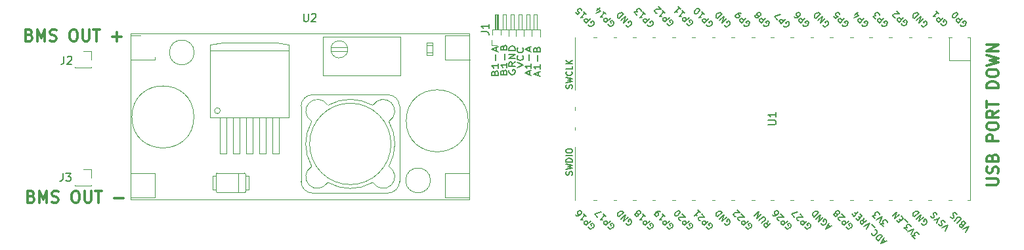
<source format=gbr>
%TF.GenerationSoftware,KiCad,Pcbnew,(6.0.9)*%
%TF.CreationDate,2023-01-12T20:02:04+01:00*%
%TF.ProjectId,pcb,7063622e-6b69-4636-9164-5f7063625858,rev?*%
%TF.SameCoordinates,Original*%
%TF.FileFunction,Legend,Top*%
%TF.FilePolarity,Positive*%
%FSLAX46Y46*%
G04 Gerber Fmt 4.6, Leading zero omitted, Abs format (unit mm)*
G04 Created by KiCad (PCBNEW (6.0.9)) date 2023-01-12 20:02:04*
%MOMM*%
%LPD*%
G01*
G04 APERTURE LIST*
%ADD10C,0.300000*%
%ADD11C,0.200000*%
%ADD12C,0.150000*%
%ADD13C,0.120000*%
G04 APERTURE END LIST*
D10*
X69886428Y-41040857D02*
X70100714Y-41112285D01*
X70172142Y-41183714D01*
X70243571Y-41326571D01*
X70243571Y-41540857D01*
X70172142Y-41683714D01*
X70100714Y-41755142D01*
X69957857Y-41826571D01*
X69386428Y-41826571D01*
X69386428Y-40326571D01*
X69886428Y-40326571D01*
X70029285Y-40398000D01*
X70100714Y-40469428D01*
X70172142Y-40612285D01*
X70172142Y-40755142D01*
X70100714Y-40898000D01*
X70029285Y-40969428D01*
X69886428Y-41040857D01*
X69386428Y-41040857D01*
X70886428Y-41826571D02*
X70886428Y-40326571D01*
X71386428Y-41398000D01*
X71886428Y-40326571D01*
X71886428Y-41826571D01*
X72529285Y-41755142D02*
X72743571Y-41826571D01*
X73100714Y-41826571D01*
X73243571Y-41755142D01*
X73315000Y-41683714D01*
X73386428Y-41540857D01*
X73386428Y-41398000D01*
X73315000Y-41255142D01*
X73243571Y-41183714D01*
X73100714Y-41112285D01*
X72815000Y-41040857D01*
X72672142Y-40969428D01*
X72600714Y-40898000D01*
X72529285Y-40755142D01*
X72529285Y-40612285D01*
X72600714Y-40469428D01*
X72672142Y-40398000D01*
X72815000Y-40326571D01*
X73172142Y-40326571D01*
X73386428Y-40398000D01*
X75457857Y-40326571D02*
X75743571Y-40326571D01*
X75886428Y-40398000D01*
X76029285Y-40540857D01*
X76100714Y-40826571D01*
X76100714Y-41326571D01*
X76029285Y-41612285D01*
X75886428Y-41755142D01*
X75743571Y-41826571D01*
X75457857Y-41826571D01*
X75315000Y-41755142D01*
X75172142Y-41612285D01*
X75100714Y-41326571D01*
X75100714Y-40826571D01*
X75172142Y-40540857D01*
X75315000Y-40398000D01*
X75457857Y-40326571D01*
X76743571Y-40326571D02*
X76743571Y-41540857D01*
X76815000Y-41683714D01*
X76886428Y-41755142D01*
X77029285Y-41826571D01*
X77315000Y-41826571D01*
X77457857Y-41755142D01*
X77529285Y-41683714D01*
X77600714Y-41540857D01*
X77600714Y-40326571D01*
X78100714Y-40326571D02*
X78957857Y-40326571D01*
X78529285Y-41826571D02*
X78529285Y-40326571D01*
X80600714Y-41255142D02*
X81743571Y-41255142D01*
X193107571Y-39551428D02*
X194321857Y-39551428D01*
X194464714Y-39480000D01*
X194536142Y-39408571D01*
X194607571Y-39265714D01*
X194607571Y-38980000D01*
X194536142Y-38837142D01*
X194464714Y-38765714D01*
X194321857Y-38694285D01*
X193107571Y-38694285D01*
X194536142Y-38051428D02*
X194607571Y-37837142D01*
X194607571Y-37480000D01*
X194536142Y-37337142D01*
X194464714Y-37265714D01*
X194321857Y-37194285D01*
X194179000Y-37194285D01*
X194036142Y-37265714D01*
X193964714Y-37337142D01*
X193893285Y-37480000D01*
X193821857Y-37765714D01*
X193750428Y-37908571D01*
X193679000Y-37980000D01*
X193536142Y-38051428D01*
X193393285Y-38051428D01*
X193250428Y-37980000D01*
X193179000Y-37908571D01*
X193107571Y-37765714D01*
X193107571Y-37408571D01*
X193179000Y-37194285D01*
X193821857Y-36051428D02*
X193893285Y-35837142D01*
X193964714Y-35765714D01*
X194107571Y-35694285D01*
X194321857Y-35694285D01*
X194464714Y-35765714D01*
X194536142Y-35837142D01*
X194607571Y-35980000D01*
X194607571Y-36551428D01*
X193107571Y-36551428D01*
X193107571Y-36051428D01*
X193179000Y-35908571D01*
X193250428Y-35837142D01*
X193393285Y-35765714D01*
X193536142Y-35765714D01*
X193679000Y-35837142D01*
X193750428Y-35908571D01*
X193821857Y-36051428D01*
X193821857Y-36551428D01*
X194607571Y-33908571D02*
X193107571Y-33908571D01*
X193107571Y-33337142D01*
X193179000Y-33194285D01*
X193250428Y-33122857D01*
X193393285Y-33051428D01*
X193607571Y-33051428D01*
X193750428Y-33122857D01*
X193821857Y-33194285D01*
X193893285Y-33337142D01*
X193893285Y-33908571D01*
X193107571Y-32122857D02*
X193107571Y-31837142D01*
X193179000Y-31694285D01*
X193321857Y-31551428D01*
X193607571Y-31480000D01*
X194107571Y-31480000D01*
X194393285Y-31551428D01*
X194536142Y-31694285D01*
X194607571Y-31837142D01*
X194607571Y-32122857D01*
X194536142Y-32265714D01*
X194393285Y-32408571D01*
X194107571Y-32480000D01*
X193607571Y-32480000D01*
X193321857Y-32408571D01*
X193179000Y-32265714D01*
X193107571Y-32122857D01*
X194607571Y-29980000D02*
X193893285Y-30480000D01*
X194607571Y-30837142D02*
X193107571Y-30837142D01*
X193107571Y-30265714D01*
X193179000Y-30122857D01*
X193250428Y-30051428D01*
X193393285Y-29980000D01*
X193607571Y-29980000D01*
X193750428Y-30051428D01*
X193821857Y-30122857D01*
X193893285Y-30265714D01*
X193893285Y-30837142D01*
X193107571Y-29551428D02*
X193107571Y-28694285D01*
X194607571Y-29122857D02*
X193107571Y-29122857D01*
X194607571Y-27051428D02*
X193107571Y-27051428D01*
X193107571Y-26694285D01*
X193179000Y-26480000D01*
X193321857Y-26337142D01*
X193464714Y-26265714D01*
X193750428Y-26194285D01*
X193964714Y-26194285D01*
X194250428Y-26265714D01*
X194393285Y-26337142D01*
X194536142Y-26480000D01*
X194607571Y-26694285D01*
X194607571Y-27051428D01*
X193107571Y-25265714D02*
X193107571Y-24980000D01*
X193179000Y-24837142D01*
X193321857Y-24694285D01*
X193607571Y-24622857D01*
X194107571Y-24622857D01*
X194393285Y-24694285D01*
X194536142Y-24837142D01*
X194607571Y-24980000D01*
X194607571Y-25265714D01*
X194536142Y-25408571D01*
X194393285Y-25551428D01*
X194107571Y-25622857D01*
X193607571Y-25622857D01*
X193321857Y-25551428D01*
X193179000Y-25408571D01*
X193107571Y-25265714D01*
X193107571Y-24122857D02*
X194607571Y-23765714D01*
X193536142Y-23480000D01*
X194607571Y-23194285D01*
X193107571Y-22837142D01*
X194607571Y-22265714D02*
X193107571Y-22265714D01*
X194607571Y-21408571D01*
X193107571Y-21408571D01*
D11*
X129660657Y-25099780D02*
X129698752Y-24956923D01*
X129736847Y-24909304D01*
X129813038Y-24861685D01*
X129927323Y-24861685D01*
X130003514Y-24909304D01*
X130041609Y-24956923D01*
X130079704Y-25052161D01*
X130079704Y-25433114D01*
X129279704Y-25433114D01*
X129279704Y-25099780D01*
X129317800Y-25004542D01*
X129355895Y-24956923D01*
X129432085Y-24909304D01*
X129508276Y-24909304D01*
X129584466Y-24956923D01*
X129622561Y-25004542D01*
X129660657Y-25099780D01*
X129660657Y-25433114D01*
X130079704Y-23909304D02*
X130079704Y-24480733D01*
X130079704Y-24195019D02*
X129279704Y-24195019D01*
X129393990Y-24290257D01*
X129470180Y-24385495D01*
X129508276Y-24480733D01*
X129774942Y-23480733D02*
X129774942Y-22718828D01*
X129851133Y-22290257D02*
X129851133Y-21814066D01*
X130079704Y-22385495D02*
X129279704Y-22052161D01*
X130079704Y-21718828D01*
X132530904Y-24421933D02*
X133330904Y-24088600D01*
X132530904Y-23755266D01*
X133254714Y-22850504D02*
X133292809Y-22898123D01*
X133330904Y-23040980D01*
X133330904Y-23136219D01*
X133292809Y-23279076D01*
X133216619Y-23374314D01*
X133140428Y-23421933D01*
X132988047Y-23469552D01*
X132873761Y-23469552D01*
X132721380Y-23421933D01*
X132645190Y-23374314D01*
X132569000Y-23279076D01*
X132530904Y-23136219D01*
X132530904Y-23040980D01*
X132569000Y-22898123D01*
X132607095Y-22850504D01*
X133254714Y-21850504D02*
X133292809Y-21898123D01*
X133330904Y-22040980D01*
X133330904Y-22136219D01*
X133292809Y-22279076D01*
X133216619Y-22374314D01*
X133140428Y-22421933D01*
X132988047Y-22469552D01*
X132873761Y-22469552D01*
X132721380Y-22421933D01*
X132645190Y-22374314D01*
X132569000Y-22279076D01*
X132530904Y-22136219D01*
X132530904Y-22040980D01*
X132569000Y-21898123D01*
X132607095Y-21850504D01*
X135261333Y-25455333D02*
X135261333Y-24979142D01*
X135489904Y-25550571D02*
X134689904Y-25217238D01*
X135489904Y-24883904D01*
X135489904Y-24026761D02*
X135489904Y-24598190D01*
X135489904Y-24312476D02*
X134689904Y-24312476D01*
X134804190Y-24407714D01*
X134880380Y-24502952D01*
X134918476Y-24598190D01*
X135185142Y-23598190D02*
X135185142Y-22836285D01*
X135070857Y-22026761D02*
X135108952Y-21883904D01*
X135147047Y-21836285D01*
X135223238Y-21788666D01*
X135337523Y-21788666D01*
X135413714Y-21836285D01*
X135451809Y-21883904D01*
X135489904Y-21979142D01*
X135489904Y-22360095D01*
X134689904Y-22360095D01*
X134689904Y-22026761D01*
X134728000Y-21931523D01*
X134766095Y-21883904D01*
X134842285Y-21836285D01*
X134918476Y-21836285D01*
X134994666Y-21883904D01*
X135032761Y-21931523D01*
X135070857Y-22026761D01*
X135070857Y-22360095D01*
D10*
X69632428Y-20212857D02*
X69846714Y-20284285D01*
X69918142Y-20355714D01*
X69989571Y-20498571D01*
X69989571Y-20712857D01*
X69918142Y-20855714D01*
X69846714Y-20927142D01*
X69703857Y-20998571D01*
X69132428Y-20998571D01*
X69132428Y-19498571D01*
X69632428Y-19498571D01*
X69775285Y-19570000D01*
X69846714Y-19641428D01*
X69918142Y-19784285D01*
X69918142Y-19927142D01*
X69846714Y-20070000D01*
X69775285Y-20141428D01*
X69632428Y-20212857D01*
X69132428Y-20212857D01*
X70632428Y-20998571D02*
X70632428Y-19498571D01*
X71132428Y-20570000D01*
X71632428Y-19498571D01*
X71632428Y-20998571D01*
X72275285Y-20927142D02*
X72489571Y-20998571D01*
X72846714Y-20998571D01*
X72989571Y-20927142D01*
X73061000Y-20855714D01*
X73132428Y-20712857D01*
X73132428Y-20570000D01*
X73061000Y-20427142D01*
X72989571Y-20355714D01*
X72846714Y-20284285D01*
X72561000Y-20212857D01*
X72418142Y-20141428D01*
X72346714Y-20070000D01*
X72275285Y-19927142D01*
X72275285Y-19784285D01*
X72346714Y-19641428D01*
X72418142Y-19570000D01*
X72561000Y-19498571D01*
X72918142Y-19498571D01*
X73132428Y-19570000D01*
X75203857Y-19498571D02*
X75489571Y-19498571D01*
X75632428Y-19570000D01*
X75775285Y-19712857D01*
X75846714Y-19998571D01*
X75846714Y-20498571D01*
X75775285Y-20784285D01*
X75632428Y-20927142D01*
X75489571Y-20998571D01*
X75203857Y-20998571D01*
X75061000Y-20927142D01*
X74918142Y-20784285D01*
X74846714Y-20498571D01*
X74846714Y-19998571D01*
X74918142Y-19712857D01*
X75061000Y-19570000D01*
X75203857Y-19498571D01*
X76489571Y-19498571D02*
X76489571Y-20712857D01*
X76561000Y-20855714D01*
X76632428Y-20927142D01*
X76775285Y-20998571D01*
X77061000Y-20998571D01*
X77203857Y-20927142D01*
X77275285Y-20855714D01*
X77346714Y-20712857D01*
X77346714Y-19498571D01*
X77846714Y-19498571D02*
X78703857Y-19498571D01*
X78275285Y-20998571D02*
X78275285Y-19498571D01*
X80346714Y-20427142D02*
X81489571Y-20427142D01*
X80918142Y-20998571D02*
X80918142Y-19855714D01*
D11*
X134143733Y-25358504D02*
X134143733Y-24882314D01*
X134372304Y-25453742D02*
X133572304Y-25120409D01*
X134372304Y-24787076D01*
X134372304Y-23929933D02*
X134372304Y-24501361D01*
X134372304Y-24215647D02*
X133572304Y-24215647D01*
X133686590Y-24310885D01*
X133762780Y-24406123D01*
X133800876Y-24501361D01*
X134067542Y-23501361D02*
X134067542Y-22739457D01*
X134143733Y-22310885D02*
X134143733Y-21834695D01*
X134372304Y-22406123D02*
X133572304Y-22072790D01*
X134372304Y-21739457D01*
X131527600Y-24731504D02*
X131489504Y-24826742D01*
X131489504Y-24969600D01*
X131527600Y-25112457D01*
X131603790Y-25207695D01*
X131679980Y-25255314D01*
X131832361Y-25302933D01*
X131946647Y-25302933D01*
X132099028Y-25255314D01*
X132175219Y-25207695D01*
X132251409Y-25112457D01*
X132289504Y-24969600D01*
X132289504Y-24874361D01*
X132251409Y-24731504D01*
X132213314Y-24683885D01*
X131946647Y-24683885D01*
X131946647Y-24874361D01*
X132289504Y-23683885D02*
X131908552Y-24017219D01*
X132289504Y-24255314D02*
X131489504Y-24255314D01*
X131489504Y-23874361D01*
X131527600Y-23779123D01*
X131565695Y-23731504D01*
X131641885Y-23683885D01*
X131756171Y-23683885D01*
X131832361Y-23731504D01*
X131870457Y-23779123D01*
X131908552Y-23874361D01*
X131908552Y-24255314D01*
X132289504Y-23255314D02*
X131489504Y-23255314D01*
X132289504Y-22683885D01*
X131489504Y-22683885D01*
X132289504Y-22207695D02*
X131489504Y-22207695D01*
X131489504Y-21969600D01*
X131527600Y-21826742D01*
X131603790Y-21731504D01*
X131679980Y-21683885D01*
X131832361Y-21636266D01*
X131946647Y-21636266D01*
X132099028Y-21683885D01*
X132175219Y-21731504D01*
X132251409Y-21826742D01*
X132289504Y-21969600D01*
X132289504Y-22207695D01*
X130803657Y-24993409D02*
X130841752Y-24850552D01*
X130879847Y-24802933D01*
X130956038Y-24755314D01*
X131070323Y-24755314D01*
X131146514Y-24802933D01*
X131184609Y-24850552D01*
X131222704Y-24945790D01*
X131222704Y-25326742D01*
X130422704Y-25326742D01*
X130422704Y-24993409D01*
X130460800Y-24898171D01*
X130498895Y-24850552D01*
X130575085Y-24802933D01*
X130651276Y-24802933D01*
X130727466Y-24850552D01*
X130765561Y-24898171D01*
X130803657Y-24993409D01*
X130803657Y-25326742D01*
X131222704Y-23802933D02*
X131222704Y-24374361D01*
X131222704Y-24088647D02*
X130422704Y-24088647D01*
X130536990Y-24183885D01*
X130613180Y-24279123D01*
X130651276Y-24374361D01*
X130917942Y-23374361D02*
X130917942Y-22612457D01*
X130803657Y-21802933D02*
X130841752Y-21660076D01*
X130879847Y-21612457D01*
X130956038Y-21564838D01*
X131070323Y-21564838D01*
X131146514Y-21612457D01*
X131184609Y-21660076D01*
X131222704Y-21755314D01*
X131222704Y-22136266D01*
X130422704Y-22136266D01*
X130422704Y-21802933D01*
X130460800Y-21707695D01*
X130498895Y-21660076D01*
X130575085Y-21612457D01*
X130651276Y-21612457D01*
X130727466Y-21660076D01*
X130765561Y-21707695D01*
X130803657Y-21802933D01*
X130803657Y-22136266D01*
D12*
%TO.C,U1*%
X164924380Y-31749904D02*
X165733904Y-31749904D01*
X165829142Y-31702285D01*
X165876761Y-31654666D01*
X165924380Y-31559428D01*
X165924380Y-31368952D01*
X165876761Y-31273714D01*
X165829142Y-31226095D01*
X165733904Y-31178476D01*
X164924380Y-31178476D01*
X165924380Y-30178476D02*
X165924380Y-30749904D01*
X165924380Y-30464190D02*
X164924380Y-30464190D01*
X165067238Y-30559428D01*
X165162476Y-30654666D01*
X165210095Y-30749904D01*
X154432592Y-18744277D02*
X154459529Y-18825089D01*
X154540341Y-18905902D01*
X154648091Y-18959776D01*
X154755841Y-18959776D01*
X154836653Y-18932839D01*
X154971340Y-18852027D01*
X155052152Y-18771215D01*
X155132964Y-18636528D01*
X155159902Y-18555715D01*
X155159902Y-18447966D01*
X155106027Y-18340216D01*
X155052152Y-18286341D01*
X154944402Y-18232467D01*
X154890528Y-18232467D01*
X154701966Y-18421028D01*
X154809715Y-18528778D01*
X154701966Y-17936155D02*
X154136280Y-18501841D01*
X153920781Y-18286341D01*
X153893844Y-18205529D01*
X153893844Y-18151654D01*
X153920781Y-18070842D01*
X154001593Y-17990030D01*
X154082406Y-17963093D01*
X154136280Y-17963093D01*
X154217093Y-17990030D01*
X154432592Y-18205529D01*
X153839969Y-17074158D02*
X154163218Y-17397407D01*
X154001593Y-17235783D02*
X153435908Y-17801468D01*
X153570595Y-17774531D01*
X153678345Y-17774531D01*
X153759157Y-17801468D01*
X153301221Y-16535410D02*
X153624470Y-16858659D01*
X153462845Y-16697035D02*
X152897160Y-17262720D01*
X153031847Y-17235783D01*
X153139597Y-17235783D01*
X153220409Y-17262720D01*
X141732592Y-44998277D02*
X141759529Y-45079089D01*
X141840341Y-45159902D01*
X141948091Y-45213776D01*
X142055841Y-45213776D01*
X142136653Y-45186839D01*
X142271340Y-45106027D01*
X142352152Y-45025215D01*
X142432964Y-44890528D01*
X142459902Y-44809715D01*
X142459902Y-44701966D01*
X142406027Y-44594216D01*
X142352152Y-44540341D01*
X142244402Y-44486467D01*
X142190528Y-44486467D01*
X142001966Y-44675028D01*
X142109715Y-44782778D01*
X142001966Y-44190155D02*
X141436280Y-44755841D01*
X141220781Y-44540341D01*
X141193844Y-44459529D01*
X141193844Y-44405654D01*
X141220781Y-44324842D01*
X141301593Y-44244030D01*
X141382406Y-44217093D01*
X141436280Y-44217093D01*
X141517093Y-44244030D01*
X141732592Y-44459529D01*
X141139969Y-43328158D02*
X141463218Y-43651407D01*
X141301593Y-43489783D02*
X140735908Y-44055468D01*
X140870595Y-44028531D01*
X140978345Y-44028531D01*
X141059157Y-44055468D01*
X140089410Y-43408971D02*
X140197160Y-43516720D01*
X140277972Y-43543658D01*
X140331847Y-43543658D01*
X140466534Y-43516720D01*
X140601221Y-43435908D01*
X140816720Y-43220409D01*
X140843658Y-43139597D01*
X140843658Y-43085722D01*
X140816720Y-43004910D01*
X140708971Y-42897160D01*
X140628158Y-42870223D01*
X140574284Y-42870223D01*
X140493471Y-42897160D01*
X140358784Y-43031847D01*
X140331847Y-43112659D01*
X140331847Y-43166534D01*
X140358784Y-43247346D01*
X140466534Y-43355096D01*
X140547346Y-43382033D01*
X140601221Y-43382033D01*
X140682033Y-43355096D01*
X169662592Y-44998277D02*
X169689529Y-45079089D01*
X169770341Y-45159902D01*
X169878091Y-45213776D01*
X169985841Y-45213776D01*
X170066653Y-45186839D01*
X170201340Y-45106027D01*
X170282152Y-45025215D01*
X170362964Y-44890528D01*
X170389902Y-44809715D01*
X170389902Y-44701966D01*
X170336027Y-44594216D01*
X170282152Y-44540341D01*
X170174402Y-44486467D01*
X170120528Y-44486467D01*
X169931966Y-44675028D01*
X170039715Y-44782778D01*
X169931966Y-44190155D02*
X169366280Y-44755841D01*
X169150781Y-44540341D01*
X169123844Y-44459529D01*
X169123844Y-44405654D01*
X169150781Y-44324842D01*
X169231593Y-44244030D01*
X169312406Y-44217093D01*
X169366280Y-44217093D01*
X169447093Y-44244030D01*
X169662592Y-44459529D01*
X168881407Y-44163218D02*
X168827532Y-44163218D01*
X168746720Y-44136280D01*
X168612033Y-44001593D01*
X168585096Y-43920781D01*
X168585096Y-43866906D01*
X168612033Y-43786094D01*
X168665908Y-43732219D01*
X168773658Y-43678345D01*
X169420155Y-43678345D01*
X169069969Y-43328158D01*
X168315722Y-43705282D02*
X167938598Y-43328158D01*
X168746720Y-43004910D01*
X187721966Y-45467526D02*
X188099089Y-44713279D01*
X187344842Y-45090402D01*
X187721966Y-44390030D02*
X187668091Y-44282280D01*
X187533404Y-44147593D01*
X187452592Y-44120656D01*
X187398717Y-44120656D01*
X187317905Y-44147593D01*
X187264030Y-44201468D01*
X187237093Y-44282280D01*
X187237093Y-44336155D01*
X187264030Y-44416967D01*
X187344842Y-44551654D01*
X187371780Y-44632467D01*
X187371780Y-44686341D01*
X187344842Y-44767154D01*
X187290967Y-44821028D01*
X187210155Y-44847966D01*
X187156280Y-44847966D01*
X187075468Y-44821028D01*
X186940781Y-44686341D01*
X186886906Y-44578592D01*
X186806094Y-43959032D02*
X187075468Y-43689658D01*
X186698345Y-44443905D02*
X186806094Y-43959032D01*
X186321221Y-44066781D01*
X186698345Y-43366409D02*
X186644470Y-43258659D01*
X186509783Y-43123972D01*
X186428971Y-43097035D01*
X186375096Y-43097035D01*
X186294284Y-43123972D01*
X186240409Y-43177847D01*
X186213471Y-43258659D01*
X186213471Y-43312534D01*
X186240409Y-43393346D01*
X186321221Y-43528033D01*
X186348158Y-43608845D01*
X186348158Y-43662720D01*
X186321221Y-43743532D01*
X186267346Y-43797407D01*
X186186534Y-43824345D01*
X186132659Y-43824345D01*
X186051847Y-43797407D01*
X185917160Y-43662720D01*
X185863285Y-43554971D01*
X184670155Y-18901841D02*
X184697093Y-18982653D01*
X184777905Y-19063465D01*
X184885654Y-19117340D01*
X184993404Y-19117340D01*
X185074216Y-19090402D01*
X185208903Y-19009590D01*
X185289715Y-18928778D01*
X185370528Y-18794091D01*
X185397465Y-18713279D01*
X185397465Y-18605529D01*
X185343590Y-18497780D01*
X185289715Y-18443905D01*
X185181966Y-18390030D01*
X185128091Y-18390030D01*
X184939529Y-18578592D01*
X185047279Y-18686341D01*
X184939529Y-18093719D02*
X184373844Y-18659404D01*
X184616280Y-17770470D01*
X184050595Y-18336155D01*
X184346906Y-17501096D02*
X183781221Y-18066781D01*
X183646534Y-17932094D01*
X183592659Y-17824345D01*
X183592659Y-17716595D01*
X183619597Y-17635783D01*
X183700409Y-17501096D01*
X183781221Y-17420284D01*
X183915908Y-17339471D01*
X183996720Y-17312534D01*
X184104470Y-17312534D01*
X184212219Y-17366409D01*
X184346906Y-17501096D01*
X175006592Y-44998277D02*
X175033529Y-45079089D01*
X175114341Y-45159902D01*
X175222091Y-45213776D01*
X175329841Y-45213776D01*
X175410653Y-45186839D01*
X175545340Y-45106027D01*
X175626152Y-45025215D01*
X175706964Y-44890528D01*
X175733902Y-44809715D01*
X175733902Y-44701966D01*
X175680027Y-44594216D01*
X175626152Y-44540341D01*
X175518402Y-44486467D01*
X175464528Y-44486467D01*
X175275966Y-44675028D01*
X175383715Y-44782778D01*
X175275966Y-44190155D02*
X174710280Y-44755841D01*
X174494781Y-44540341D01*
X174467844Y-44459529D01*
X174467844Y-44405654D01*
X174494781Y-44324842D01*
X174575593Y-44244030D01*
X174656406Y-44217093D01*
X174710280Y-44217093D01*
X174791093Y-44244030D01*
X175006592Y-44459529D01*
X174225407Y-44163218D02*
X174171532Y-44163218D01*
X174090720Y-44136280D01*
X173956033Y-44001593D01*
X173929096Y-43920781D01*
X173929096Y-43866906D01*
X173956033Y-43786094D01*
X174009908Y-43732219D01*
X174117658Y-43678345D01*
X174764155Y-43678345D01*
X174413969Y-43328158D01*
X173767471Y-43328158D02*
X173794409Y-43408971D01*
X173794409Y-43462845D01*
X173767471Y-43543658D01*
X173740534Y-43570595D01*
X173659722Y-43597532D01*
X173605847Y-43597532D01*
X173525035Y-43570595D01*
X173417285Y-43462845D01*
X173390348Y-43382033D01*
X173390348Y-43328158D01*
X173417285Y-43247346D01*
X173444223Y-43220409D01*
X173525035Y-43193471D01*
X173578910Y-43193471D01*
X173659722Y-43220409D01*
X173767471Y-43328158D01*
X173848284Y-43355096D01*
X173902158Y-43355096D01*
X173982971Y-43328158D01*
X174090720Y-43220409D01*
X174117658Y-43139597D01*
X174117658Y-43085722D01*
X174090720Y-43004910D01*
X173982971Y-42897160D01*
X173902158Y-42870223D01*
X173848284Y-42870223D01*
X173767471Y-42897160D01*
X173659722Y-43004910D01*
X173632784Y-43085722D01*
X173632784Y-43139597D01*
X173659722Y-43220409D01*
X139595809Y-27097523D02*
X139633904Y-26983238D01*
X139633904Y-26792761D01*
X139595809Y-26716571D01*
X139557714Y-26678476D01*
X139481523Y-26640380D01*
X139405333Y-26640380D01*
X139329142Y-26678476D01*
X139291047Y-26716571D01*
X139252952Y-26792761D01*
X139214857Y-26945142D01*
X139176761Y-27021333D01*
X139138666Y-27059428D01*
X139062476Y-27097523D01*
X138986285Y-27097523D01*
X138910095Y-27059428D01*
X138872000Y-27021333D01*
X138833904Y-26945142D01*
X138833904Y-26754666D01*
X138872000Y-26640380D01*
X138833904Y-26373714D02*
X139633904Y-26183238D01*
X139062476Y-26030857D01*
X139633904Y-25878476D01*
X138833904Y-25688000D01*
X139557714Y-24926095D02*
X139595809Y-24964190D01*
X139633904Y-25078476D01*
X139633904Y-25154666D01*
X139595809Y-25268952D01*
X139519619Y-25345142D01*
X139443428Y-25383238D01*
X139291047Y-25421333D01*
X139176761Y-25421333D01*
X139024380Y-25383238D01*
X138948190Y-25345142D01*
X138872000Y-25268952D01*
X138833904Y-25154666D01*
X138833904Y-25078476D01*
X138872000Y-24964190D01*
X138910095Y-24926095D01*
X139633904Y-24202285D02*
X139633904Y-24583238D01*
X138833904Y-24583238D01*
X139633904Y-23935619D02*
X138833904Y-23935619D01*
X139633904Y-23478476D02*
X139176761Y-23821333D01*
X138833904Y-23478476D02*
X139291047Y-23935619D01*
X162052592Y-44998277D02*
X162079529Y-45079089D01*
X162160341Y-45159902D01*
X162268091Y-45213776D01*
X162375841Y-45213776D01*
X162456653Y-45186839D01*
X162591340Y-45106027D01*
X162672152Y-45025215D01*
X162752964Y-44890528D01*
X162779902Y-44809715D01*
X162779902Y-44701966D01*
X162726027Y-44594216D01*
X162672152Y-44540341D01*
X162564402Y-44486467D01*
X162510528Y-44486467D01*
X162321966Y-44675028D01*
X162429715Y-44782778D01*
X162321966Y-44190155D02*
X161756280Y-44755841D01*
X161540781Y-44540341D01*
X161513844Y-44459529D01*
X161513844Y-44405654D01*
X161540781Y-44324842D01*
X161621593Y-44244030D01*
X161702406Y-44217093D01*
X161756280Y-44217093D01*
X161837093Y-44244030D01*
X162052592Y-44459529D01*
X161271407Y-44163218D02*
X161217532Y-44163218D01*
X161136720Y-44136280D01*
X161002033Y-44001593D01*
X160975096Y-43920781D01*
X160975096Y-43866906D01*
X161002033Y-43786094D01*
X161055908Y-43732219D01*
X161163658Y-43678345D01*
X161810155Y-43678345D01*
X161459969Y-43328158D01*
X160732659Y-43624470D02*
X160678784Y-43624470D01*
X160597972Y-43597532D01*
X160463285Y-43462845D01*
X160436348Y-43382033D01*
X160436348Y-43328158D01*
X160463285Y-43247346D01*
X160517160Y-43193471D01*
X160624910Y-43139597D01*
X161271407Y-43139597D01*
X160921221Y-42789410D01*
X184670155Y-44501841D02*
X184697093Y-44582653D01*
X184777905Y-44663465D01*
X184885654Y-44717340D01*
X184993404Y-44717340D01*
X185074216Y-44690402D01*
X185208903Y-44609590D01*
X185289715Y-44528778D01*
X185370528Y-44394091D01*
X185397465Y-44313279D01*
X185397465Y-44205529D01*
X185343590Y-44097780D01*
X185289715Y-44043905D01*
X185181966Y-43990030D01*
X185128091Y-43990030D01*
X184939529Y-44178592D01*
X185047279Y-44286341D01*
X184939529Y-43693719D02*
X184373844Y-44259404D01*
X184616280Y-43370470D01*
X184050595Y-43936155D01*
X184346906Y-43101096D02*
X183781221Y-43666781D01*
X183646534Y-43532094D01*
X183592659Y-43424345D01*
X183592659Y-43316595D01*
X183619597Y-43235783D01*
X183700409Y-43101096D01*
X183781221Y-43020284D01*
X183915908Y-42939471D01*
X183996720Y-42912534D01*
X184104470Y-42912534D01*
X184212219Y-42966409D01*
X184346906Y-43101096D01*
X159270155Y-44501841D02*
X159297093Y-44582653D01*
X159377905Y-44663465D01*
X159485654Y-44717340D01*
X159593404Y-44717340D01*
X159674216Y-44690402D01*
X159808903Y-44609590D01*
X159889715Y-44528778D01*
X159970528Y-44394091D01*
X159997465Y-44313279D01*
X159997465Y-44205529D01*
X159943590Y-44097780D01*
X159889715Y-44043905D01*
X159781966Y-43990030D01*
X159728091Y-43990030D01*
X159539529Y-44178592D01*
X159647279Y-44286341D01*
X159539529Y-43693719D02*
X158973844Y-44259404D01*
X159216280Y-43370470D01*
X158650595Y-43936155D01*
X158946906Y-43101096D02*
X158381221Y-43666781D01*
X158246534Y-43532094D01*
X158192659Y-43424345D01*
X158192659Y-43316595D01*
X158219597Y-43235783D01*
X158300409Y-43101096D01*
X158381221Y-43020284D01*
X158515908Y-42939471D01*
X158596720Y-42912534D01*
X158704470Y-42912534D01*
X158812219Y-42966409D01*
X158946906Y-43101096D01*
X171970155Y-18901841D02*
X171997093Y-18982653D01*
X172077905Y-19063465D01*
X172185654Y-19117340D01*
X172293404Y-19117340D01*
X172374216Y-19090402D01*
X172508903Y-19009590D01*
X172589715Y-18928778D01*
X172670528Y-18794091D01*
X172697465Y-18713279D01*
X172697465Y-18605529D01*
X172643590Y-18497780D01*
X172589715Y-18443905D01*
X172481966Y-18390030D01*
X172428091Y-18390030D01*
X172239529Y-18578592D01*
X172347279Y-18686341D01*
X172239529Y-18093719D02*
X171673844Y-18659404D01*
X171916280Y-17770470D01*
X171350595Y-18336155D01*
X171646906Y-17501096D02*
X171081221Y-18066781D01*
X170946534Y-17932094D01*
X170892659Y-17824345D01*
X170892659Y-17716595D01*
X170919597Y-17635783D01*
X171000409Y-17501096D01*
X171081221Y-17420284D01*
X171215908Y-17339471D01*
X171296720Y-17312534D01*
X171404470Y-17312534D01*
X171512219Y-17366409D01*
X171646906Y-17501096D01*
X161783218Y-18874903D02*
X161810155Y-18955715D01*
X161890967Y-19036528D01*
X161998717Y-19090402D01*
X162106467Y-19090402D01*
X162187279Y-19063465D01*
X162321966Y-18982653D01*
X162402778Y-18901841D01*
X162483590Y-18767154D01*
X162510528Y-18686341D01*
X162510528Y-18578592D01*
X162456653Y-18470842D01*
X162402778Y-18416967D01*
X162295028Y-18363093D01*
X162241154Y-18363093D01*
X162052592Y-18551654D01*
X162160341Y-18659404D01*
X162052592Y-18066781D02*
X161486906Y-18632467D01*
X161271407Y-18416967D01*
X161244470Y-18336155D01*
X161244470Y-18282280D01*
X161271407Y-18201468D01*
X161352219Y-18120656D01*
X161433032Y-18093719D01*
X161486906Y-18093719D01*
X161567719Y-18120656D01*
X161783218Y-18336155D01*
X161459969Y-17474158D02*
X161352219Y-17366409D01*
X161271407Y-17339471D01*
X161217532Y-17339471D01*
X161082845Y-17366409D01*
X160948158Y-17447221D01*
X160732659Y-17662720D01*
X160705722Y-17743532D01*
X160705722Y-17797407D01*
X160732659Y-17878219D01*
X160840409Y-17985969D01*
X160921221Y-18012906D01*
X160975096Y-18012906D01*
X161055908Y-17985969D01*
X161190595Y-17851282D01*
X161217532Y-17770470D01*
X161217532Y-17716595D01*
X161190595Y-17635783D01*
X161082845Y-17528033D01*
X161002033Y-17501096D01*
X160948158Y-17501096D01*
X160867346Y-17528033D01*
X187193218Y-18774903D02*
X187220155Y-18855715D01*
X187300967Y-18936528D01*
X187408717Y-18990402D01*
X187516467Y-18990402D01*
X187597279Y-18963465D01*
X187731966Y-18882653D01*
X187812778Y-18801841D01*
X187893590Y-18667154D01*
X187920528Y-18586341D01*
X187920528Y-18478592D01*
X187866653Y-18370842D01*
X187812778Y-18316967D01*
X187705028Y-18263093D01*
X187651154Y-18263093D01*
X187462592Y-18451654D01*
X187570341Y-18559404D01*
X187462592Y-17966781D02*
X186896906Y-18532467D01*
X186681407Y-18316967D01*
X186654470Y-18236155D01*
X186654470Y-18182280D01*
X186681407Y-18101468D01*
X186762219Y-18020656D01*
X186843032Y-17993719D01*
X186896906Y-17993719D01*
X186977719Y-18020656D01*
X187193218Y-18236155D01*
X186600595Y-17104784D02*
X186923844Y-17428033D01*
X186762219Y-17266409D02*
X186196534Y-17832094D01*
X186331221Y-17805157D01*
X186438971Y-17805157D01*
X186519783Y-17832094D01*
X164323218Y-18874903D02*
X164350155Y-18955715D01*
X164430967Y-19036528D01*
X164538717Y-19090402D01*
X164646467Y-19090402D01*
X164727279Y-19063465D01*
X164861966Y-18982653D01*
X164942778Y-18901841D01*
X165023590Y-18767154D01*
X165050528Y-18686341D01*
X165050528Y-18578592D01*
X164996653Y-18470842D01*
X164942778Y-18416967D01*
X164835028Y-18363093D01*
X164781154Y-18363093D01*
X164592592Y-18551654D01*
X164700341Y-18659404D01*
X164592592Y-18066781D02*
X164026906Y-18632467D01*
X163811407Y-18416967D01*
X163784470Y-18336155D01*
X163784470Y-18282280D01*
X163811407Y-18201468D01*
X163892219Y-18120656D01*
X163973032Y-18093719D01*
X164026906Y-18093719D01*
X164107719Y-18120656D01*
X164323218Y-18336155D01*
X163622845Y-17743532D02*
X163649783Y-17824345D01*
X163649783Y-17878219D01*
X163622845Y-17959032D01*
X163595908Y-17985969D01*
X163515096Y-18012906D01*
X163461221Y-18012906D01*
X163380409Y-17985969D01*
X163272659Y-17878219D01*
X163245722Y-17797407D01*
X163245722Y-17743532D01*
X163272659Y-17662720D01*
X163299597Y-17635783D01*
X163380409Y-17608845D01*
X163434284Y-17608845D01*
X163515096Y-17635783D01*
X163622845Y-17743532D01*
X163703658Y-17770470D01*
X163757532Y-17770470D01*
X163838345Y-17743532D01*
X163946094Y-17635783D01*
X163973032Y-17554971D01*
X163973032Y-17501096D01*
X163946094Y-17420284D01*
X163838345Y-17312534D01*
X163757532Y-17285597D01*
X163703658Y-17285597D01*
X163622845Y-17312534D01*
X163515096Y-17420284D01*
X163488158Y-17501096D01*
X163488158Y-17554971D01*
X163515096Y-17635783D01*
X179563218Y-18874903D02*
X179590155Y-18955715D01*
X179670967Y-19036528D01*
X179778717Y-19090402D01*
X179886467Y-19090402D01*
X179967279Y-19063465D01*
X180101966Y-18982653D01*
X180182778Y-18901841D01*
X180263590Y-18767154D01*
X180290528Y-18686341D01*
X180290528Y-18578592D01*
X180236653Y-18470842D01*
X180182778Y-18416967D01*
X180075028Y-18363093D01*
X180021154Y-18363093D01*
X179832592Y-18551654D01*
X179940341Y-18659404D01*
X179832592Y-18066781D02*
X179266906Y-18632467D01*
X179051407Y-18416967D01*
X179024470Y-18336155D01*
X179024470Y-18282280D01*
X179051407Y-18201468D01*
X179132219Y-18120656D01*
X179213032Y-18093719D01*
X179266906Y-18093719D01*
X179347719Y-18120656D01*
X179563218Y-18336155D01*
X178755096Y-18120656D02*
X178404910Y-17770470D01*
X178808971Y-17743532D01*
X178728158Y-17662720D01*
X178701221Y-17581908D01*
X178701221Y-17528033D01*
X178728158Y-17447221D01*
X178862845Y-17312534D01*
X178943658Y-17285597D01*
X178997532Y-17285597D01*
X179078345Y-17312534D01*
X179239969Y-17474158D01*
X179266906Y-17554971D01*
X179266906Y-17608845D01*
X182103218Y-18774903D02*
X182130155Y-18855715D01*
X182210967Y-18936528D01*
X182318717Y-18990402D01*
X182426467Y-18990402D01*
X182507279Y-18963465D01*
X182641966Y-18882653D01*
X182722778Y-18801841D01*
X182803590Y-18667154D01*
X182830528Y-18586341D01*
X182830528Y-18478592D01*
X182776653Y-18370842D01*
X182722778Y-18316967D01*
X182615028Y-18263093D01*
X182561154Y-18263093D01*
X182372592Y-18451654D01*
X182480341Y-18559404D01*
X182372592Y-17966781D02*
X181806906Y-18532467D01*
X181591407Y-18316967D01*
X181564470Y-18236155D01*
X181564470Y-18182280D01*
X181591407Y-18101468D01*
X181672219Y-18020656D01*
X181753032Y-17993719D01*
X181806906Y-17993719D01*
X181887719Y-18020656D01*
X182103218Y-18236155D01*
X181322033Y-17939844D02*
X181268158Y-17939844D01*
X181187346Y-17912906D01*
X181052659Y-17778219D01*
X181025722Y-17697407D01*
X181025722Y-17643532D01*
X181052659Y-17562720D01*
X181106534Y-17508845D01*
X181214284Y-17454971D01*
X181860781Y-17454971D01*
X181510595Y-17104784D01*
X190399309Y-45634870D02*
X190776433Y-44880622D01*
X190022186Y-45257746D01*
X189914436Y-44611248D02*
X189860561Y-44503499D01*
X189860561Y-44449624D01*
X189887499Y-44368812D01*
X189968311Y-44287999D01*
X190049123Y-44261062D01*
X190102998Y-44261062D01*
X190183810Y-44287999D01*
X190399309Y-44503499D01*
X189833624Y-45069184D01*
X189645062Y-44880622D01*
X189618125Y-44799810D01*
X189618125Y-44745935D01*
X189645062Y-44665123D01*
X189698937Y-44611248D01*
X189779749Y-44584311D01*
X189833624Y-44584311D01*
X189914436Y-44611248D01*
X190102998Y-44799810D01*
X189267938Y-44503499D02*
X189725874Y-44045563D01*
X189752812Y-43964751D01*
X189752812Y-43910876D01*
X189725874Y-43830064D01*
X189618125Y-43722314D01*
X189537312Y-43695377D01*
X189483438Y-43695377D01*
X189402625Y-43722314D01*
X188944690Y-44180250D01*
X189241001Y-43399065D02*
X189187126Y-43291316D01*
X189052439Y-43156629D01*
X188971627Y-43129691D01*
X188917752Y-43129691D01*
X188836940Y-43156629D01*
X188783065Y-43210503D01*
X188756128Y-43291316D01*
X188756128Y-43345190D01*
X188783065Y-43426003D01*
X188863877Y-43560690D01*
X188890815Y-43641502D01*
X188890815Y-43695377D01*
X188863877Y-43776189D01*
X188810003Y-43830064D01*
X188729190Y-43857001D01*
X188675316Y-43857001D01*
X188594503Y-43830064D01*
X188459816Y-43695377D01*
X188405942Y-43587627D01*
X169403218Y-18874903D02*
X169430155Y-18955715D01*
X169510967Y-19036528D01*
X169618717Y-19090402D01*
X169726467Y-19090402D01*
X169807279Y-19063465D01*
X169941966Y-18982653D01*
X170022778Y-18901841D01*
X170103590Y-18767154D01*
X170130528Y-18686341D01*
X170130528Y-18578592D01*
X170076653Y-18470842D01*
X170022778Y-18416967D01*
X169915028Y-18363093D01*
X169861154Y-18363093D01*
X169672592Y-18551654D01*
X169780341Y-18659404D01*
X169672592Y-18066781D02*
X169106906Y-18632467D01*
X168891407Y-18416967D01*
X168864470Y-18336155D01*
X168864470Y-18282280D01*
X168891407Y-18201468D01*
X168972219Y-18120656D01*
X169053032Y-18093719D01*
X169106906Y-18093719D01*
X169187719Y-18120656D01*
X169403218Y-18336155D01*
X168298784Y-17824345D02*
X168406534Y-17932094D01*
X168487346Y-17959032D01*
X168541221Y-17959032D01*
X168675908Y-17932094D01*
X168810595Y-17851282D01*
X169026094Y-17635783D01*
X169053032Y-17554971D01*
X169053032Y-17501096D01*
X169026094Y-17420284D01*
X168918345Y-17312534D01*
X168837532Y-17285597D01*
X168783658Y-17285597D01*
X168702845Y-17312534D01*
X168568158Y-17447221D01*
X168541221Y-17528033D01*
X168541221Y-17581908D01*
X168568158Y-17662720D01*
X168675908Y-17770470D01*
X168756720Y-17797407D01*
X168810595Y-17797407D01*
X168891407Y-17770470D01*
X156962592Y-44998277D02*
X156989529Y-45079089D01*
X157070341Y-45159902D01*
X157178091Y-45213776D01*
X157285841Y-45213776D01*
X157366653Y-45186839D01*
X157501340Y-45106027D01*
X157582152Y-45025215D01*
X157662964Y-44890528D01*
X157689902Y-44809715D01*
X157689902Y-44701966D01*
X157636027Y-44594216D01*
X157582152Y-44540341D01*
X157474402Y-44486467D01*
X157420528Y-44486467D01*
X157231966Y-44675028D01*
X157339715Y-44782778D01*
X157231966Y-44190155D02*
X156666280Y-44755841D01*
X156450781Y-44540341D01*
X156423844Y-44459529D01*
X156423844Y-44405654D01*
X156450781Y-44324842D01*
X156531593Y-44244030D01*
X156612406Y-44217093D01*
X156666280Y-44217093D01*
X156747093Y-44244030D01*
X156962592Y-44459529D01*
X156181407Y-44163218D02*
X156127532Y-44163218D01*
X156046720Y-44136280D01*
X155912033Y-44001593D01*
X155885096Y-43920781D01*
X155885096Y-43866906D01*
X155912033Y-43786094D01*
X155965908Y-43732219D01*
X156073658Y-43678345D01*
X156720155Y-43678345D01*
X156369969Y-43328158D01*
X155831221Y-42789410D02*
X156154470Y-43112659D01*
X155992845Y-42951035D02*
X155427160Y-43516720D01*
X155561847Y-43489783D01*
X155669597Y-43489783D01*
X155750409Y-43516720D01*
X151892592Y-44998277D02*
X151919529Y-45079089D01*
X152000341Y-45159902D01*
X152108091Y-45213776D01*
X152215841Y-45213776D01*
X152296653Y-45186839D01*
X152431340Y-45106027D01*
X152512152Y-45025215D01*
X152592964Y-44890528D01*
X152619902Y-44809715D01*
X152619902Y-44701966D01*
X152566027Y-44594216D01*
X152512152Y-44540341D01*
X152404402Y-44486467D01*
X152350528Y-44486467D01*
X152161966Y-44675028D01*
X152269715Y-44782778D01*
X152161966Y-44190155D02*
X151596280Y-44755841D01*
X151380781Y-44540341D01*
X151353844Y-44459529D01*
X151353844Y-44405654D01*
X151380781Y-44324842D01*
X151461593Y-44244030D01*
X151542406Y-44217093D01*
X151596280Y-44217093D01*
X151677093Y-44244030D01*
X151892592Y-44459529D01*
X151299969Y-43328158D02*
X151623218Y-43651407D01*
X151461593Y-43489783D02*
X150895908Y-44055468D01*
X151030595Y-44028531D01*
X151138345Y-44028531D01*
X151219157Y-44055468D01*
X151030595Y-43058784D02*
X150922845Y-42951035D01*
X150842033Y-42924097D01*
X150788158Y-42924097D01*
X150653471Y-42951035D01*
X150518784Y-43031847D01*
X150303285Y-43247346D01*
X150276348Y-43328158D01*
X150276348Y-43382033D01*
X150303285Y-43462845D01*
X150411035Y-43570595D01*
X150491847Y-43597532D01*
X150545722Y-43597532D01*
X150626534Y-43570595D01*
X150761221Y-43435908D01*
X150788158Y-43355096D01*
X150788158Y-43301221D01*
X150761221Y-43220409D01*
X150653471Y-43112659D01*
X150572659Y-43085722D01*
X150518784Y-43085722D01*
X150437972Y-43112659D01*
X177023218Y-18874903D02*
X177050155Y-18955715D01*
X177130967Y-19036528D01*
X177238717Y-19090402D01*
X177346467Y-19090402D01*
X177427279Y-19063465D01*
X177561966Y-18982653D01*
X177642778Y-18901841D01*
X177723590Y-18767154D01*
X177750528Y-18686341D01*
X177750528Y-18578592D01*
X177696653Y-18470842D01*
X177642778Y-18416967D01*
X177535028Y-18363093D01*
X177481154Y-18363093D01*
X177292592Y-18551654D01*
X177400341Y-18659404D01*
X177292592Y-18066781D02*
X176726906Y-18632467D01*
X176511407Y-18416967D01*
X176484470Y-18336155D01*
X176484470Y-18282280D01*
X176511407Y-18201468D01*
X176592219Y-18120656D01*
X176673032Y-18093719D01*
X176726906Y-18093719D01*
X176807719Y-18120656D01*
X177023218Y-18336155D01*
X176107346Y-17635783D02*
X176484470Y-17258659D01*
X176026534Y-17985969D02*
X176565282Y-17716595D01*
X176215096Y-17366409D01*
X156972592Y-18890277D02*
X156999529Y-18971089D01*
X157080341Y-19051902D01*
X157188091Y-19105776D01*
X157295841Y-19105776D01*
X157376653Y-19078839D01*
X157511340Y-18998027D01*
X157592152Y-18917215D01*
X157672964Y-18782528D01*
X157699902Y-18701715D01*
X157699902Y-18593966D01*
X157646027Y-18486216D01*
X157592152Y-18432341D01*
X157484402Y-18378467D01*
X157430528Y-18378467D01*
X157241966Y-18567028D01*
X157349715Y-18674778D01*
X157241966Y-18082155D02*
X156676280Y-18647841D01*
X156460781Y-18432341D01*
X156433844Y-18351529D01*
X156433844Y-18297654D01*
X156460781Y-18216842D01*
X156541593Y-18136030D01*
X156622406Y-18109093D01*
X156676280Y-18109093D01*
X156757093Y-18136030D01*
X156972592Y-18351529D01*
X156379969Y-17220158D02*
X156703218Y-17543407D01*
X156541593Y-17381783D02*
X155975908Y-17947468D01*
X156110595Y-17920531D01*
X156218345Y-17920531D01*
X156299157Y-17947468D01*
X155464097Y-17435658D02*
X155410223Y-17381783D01*
X155383285Y-17300971D01*
X155383285Y-17247096D01*
X155410223Y-17166284D01*
X155491035Y-17031597D01*
X155625722Y-16896910D01*
X155760409Y-16816097D01*
X155841221Y-16789160D01*
X155895096Y-16789160D01*
X155975908Y-16816097D01*
X156029783Y-16869972D01*
X156056720Y-16950784D01*
X156056720Y-17004659D01*
X156029783Y-17085471D01*
X155948971Y-17220158D01*
X155814284Y-17354845D01*
X155679597Y-17435658D01*
X155598784Y-17462595D01*
X155544910Y-17462595D01*
X155464097Y-17435658D01*
X189723218Y-18874903D02*
X189750155Y-18955715D01*
X189830967Y-19036528D01*
X189938717Y-19090402D01*
X190046467Y-19090402D01*
X190127279Y-19063465D01*
X190261966Y-18982653D01*
X190342778Y-18901841D01*
X190423590Y-18767154D01*
X190450528Y-18686341D01*
X190450528Y-18578592D01*
X190396653Y-18470842D01*
X190342778Y-18416967D01*
X190235028Y-18363093D01*
X190181154Y-18363093D01*
X189992592Y-18551654D01*
X190100341Y-18659404D01*
X189992592Y-18066781D02*
X189426906Y-18632467D01*
X189211407Y-18416967D01*
X189184470Y-18336155D01*
X189184470Y-18282280D01*
X189211407Y-18201468D01*
X189292219Y-18120656D01*
X189373032Y-18093719D01*
X189426906Y-18093719D01*
X189507719Y-18120656D01*
X189723218Y-18336155D01*
X188753471Y-17959032D02*
X188699597Y-17905157D01*
X188672659Y-17824345D01*
X188672659Y-17770470D01*
X188699597Y-17689658D01*
X188780409Y-17554971D01*
X188915096Y-17420284D01*
X189049783Y-17339471D01*
X189130595Y-17312534D01*
X189184470Y-17312534D01*
X189265282Y-17339471D01*
X189319157Y-17393346D01*
X189346094Y-17474158D01*
X189346094Y-17528033D01*
X189319157Y-17608845D01*
X189238345Y-17743532D01*
X189103658Y-17878219D01*
X188968971Y-17959032D01*
X188888158Y-17985969D01*
X188834284Y-17985969D01*
X188753471Y-17959032D01*
X149352592Y-18890277D02*
X149379529Y-18971089D01*
X149460341Y-19051902D01*
X149568091Y-19105776D01*
X149675841Y-19105776D01*
X149756653Y-19078839D01*
X149891340Y-18998027D01*
X149972152Y-18917215D01*
X150052964Y-18782528D01*
X150079902Y-18701715D01*
X150079902Y-18593966D01*
X150026027Y-18486216D01*
X149972152Y-18432341D01*
X149864402Y-18378467D01*
X149810528Y-18378467D01*
X149621966Y-18567028D01*
X149729715Y-18674778D01*
X149621966Y-18082155D02*
X149056280Y-18647841D01*
X148840781Y-18432341D01*
X148813844Y-18351529D01*
X148813844Y-18297654D01*
X148840781Y-18216842D01*
X148921593Y-18136030D01*
X149002406Y-18109093D01*
X149056280Y-18109093D01*
X149137093Y-18136030D01*
X149352592Y-18351529D01*
X148759969Y-17220158D02*
X149083218Y-17543407D01*
X148921593Y-17381783D02*
X148355908Y-17947468D01*
X148490595Y-17920531D01*
X148598345Y-17920531D01*
X148679157Y-17947468D01*
X148005722Y-17597282D02*
X147655536Y-17247096D01*
X148059597Y-17220158D01*
X147978784Y-17139346D01*
X147951847Y-17058534D01*
X147951847Y-17004659D01*
X147978784Y-16923847D01*
X148113471Y-16789160D01*
X148194284Y-16762223D01*
X148248158Y-16762223D01*
X148328971Y-16789160D01*
X148490595Y-16950784D01*
X148517532Y-17031597D01*
X148517532Y-17085471D01*
X167132592Y-44998277D02*
X167159529Y-45079089D01*
X167240341Y-45159902D01*
X167348091Y-45213776D01*
X167455841Y-45213776D01*
X167536653Y-45186839D01*
X167671340Y-45106027D01*
X167752152Y-45025215D01*
X167832964Y-44890528D01*
X167859902Y-44809715D01*
X167859902Y-44701966D01*
X167806027Y-44594216D01*
X167752152Y-44540341D01*
X167644402Y-44486467D01*
X167590528Y-44486467D01*
X167401966Y-44675028D01*
X167509715Y-44782778D01*
X167401966Y-44190155D02*
X166836280Y-44755841D01*
X166620781Y-44540341D01*
X166593844Y-44459529D01*
X166593844Y-44405654D01*
X166620781Y-44324842D01*
X166701593Y-44244030D01*
X166782406Y-44217093D01*
X166836280Y-44217093D01*
X166917093Y-44244030D01*
X167132592Y-44459529D01*
X166351407Y-44163218D02*
X166297532Y-44163218D01*
X166216720Y-44136280D01*
X166082033Y-44001593D01*
X166055096Y-43920781D01*
X166055096Y-43866906D01*
X166082033Y-43786094D01*
X166135908Y-43732219D01*
X166243658Y-43678345D01*
X166890155Y-43678345D01*
X166539969Y-43328158D01*
X165489410Y-43408971D02*
X165597160Y-43516720D01*
X165677972Y-43543658D01*
X165731847Y-43543658D01*
X165866534Y-43516720D01*
X166001221Y-43435908D01*
X166216720Y-43220409D01*
X166243658Y-43139597D01*
X166243658Y-43085722D01*
X166216720Y-43004910D01*
X166108971Y-42897160D01*
X166028158Y-42870223D01*
X165974284Y-42870223D01*
X165893471Y-42897160D01*
X165758784Y-43031847D01*
X165731847Y-43112659D01*
X165731847Y-43166534D01*
X165758784Y-43247346D01*
X165866534Y-43355096D01*
X165947346Y-43382033D01*
X166001221Y-43382033D01*
X166082033Y-43355096D01*
X141732592Y-18890277D02*
X141759529Y-18971089D01*
X141840341Y-19051902D01*
X141948091Y-19105776D01*
X142055841Y-19105776D01*
X142136653Y-19078839D01*
X142271340Y-18998027D01*
X142352152Y-18917215D01*
X142432964Y-18782528D01*
X142459902Y-18701715D01*
X142459902Y-18593966D01*
X142406027Y-18486216D01*
X142352152Y-18432341D01*
X142244402Y-18378467D01*
X142190528Y-18378467D01*
X142001966Y-18567028D01*
X142109715Y-18674778D01*
X142001966Y-18082155D02*
X141436280Y-18647841D01*
X141220781Y-18432341D01*
X141193844Y-18351529D01*
X141193844Y-18297654D01*
X141220781Y-18216842D01*
X141301593Y-18136030D01*
X141382406Y-18109093D01*
X141436280Y-18109093D01*
X141517093Y-18136030D01*
X141732592Y-18351529D01*
X141139969Y-17220158D02*
X141463218Y-17543407D01*
X141301593Y-17381783D02*
X140735908Y-17947468D01*
X140870595Y-17920531D01*
X140978345Y-17920531D01*
X141059157Y-17947468D01*
X140062473Y-17274033D02*
X140331847Y-17543407D01*
X140628158Y-17300971D01*
X140574284Y-17300971D01*
X140493471Y-17274033D01*
X140358784Y-17139346D01*
X140331847Y-17058534D01*
X140331847Y-17004659D01*
X140358784Y-16923847D01*
X140493471Y-16789160D01*
X140574284Y-16762223D01*
X140628158Y-16762223D01*
X140708971Y-16789160D01*
X140843658Y-16923847D01*
X140870595Y-17004659D01*
X140870595Y-17058534D01*
X159270155Y-18901841D02*
X159297093Y-18982653D01*
X159377905Y-19063465D01*
X159485654Y-19117340D01*
X159593404Y-19117340D01*
X159674216Y-19090402D01*
X159808903Y-19009590D01*
X159889715Y-18928778D01*
X159970528Y-18794091D01*
X159997465Y-18713279D01*
X159997465Y-18605529D01*
X159943590Y-18497780D01*
X159889715Y-18443905D01*
X159781966Y-18390030D01*
X159728091Y-18390030D01*
X159539529Y-18578592D01*
X159647279Y-18686341D01*
X159539529Y-18093719D02*
X158973844Y-18659404D01*
X159216280Y-17770470D01*
X158650595Y-18336155D01*
X158946906Y-17501096D02*
X158381221Y-18066781D01*
X158246534Y-17932094D01*
X158192659Y-17824345D01*
X158192659Y-17716595D01*
X158219597Y-17635783D01*
X158300409Y-17501096D01*
X158381221Y-17420284D01*
X158515908Y-17339471D01*
X158596720Y-17312534D01*
X158704470Y-17312534D01*
X158812219Y-17366409D01*
X158946906Y-17501096D01*
X144272592Y-18844277D02*
X144299529Y-18925089D01*
X144380341Y-19005902D01*
X144488091Y-19059776D01*
X144595841Y-19059776D01*
X144676653Y-19032839D01*
X144811340Y-18952027D01*
X144892152Y-18871215D01*
X144972964Y-18736528D01*
X144999902Y-18655715D01*
X144999902Y-18547966D01*
X144946027Y-18440216D01*
X144892152Y-18386341D01*
X144784402Y-18332467D01*
X144730528Y-18332467D01*
X144541966Y-18521028D01*
X144649715Y-18628778D01*
X144541966Y-18036155D02*
X143976280Y-18601841D01*
X143760781Y-18386341D01*
X143733844Y-18305529D01*
X143733844Y-18251654D01*
X143760781Y-18170842D01*
X143841593Y-18090030D01*
X143922406Y-18063093D01*
X143976280Y-18063093D01*
X144057093Y-18090030D01*
X144272592Y-18305529D01*
X143679969Y-17174158D02*
X144003218Y-17497407D01*
X143841593Y-17335783D02*
X143275908Y-17901468D01*
X143410595Y-17874531D01*
X143518345Y-17874531D01*
X143599157Y-17901468D01*
X142817972Y-17066409D02*
X143195096Y-16689285D01*
X142737160Y-17416595D02*
X143275908Y-17147221D01*
X142925722Y-16797035D01*
X183830308Y-46465868D02*
X183480122Y-46115682D01*
X183884183Y-46088744D01*
X183803370Y-46007932D01*
X183776433Y-45927120D01*
X183776433Y-45873245D01*
X183803370Y-45792433D01*
X183938057Y-45657746D01*
X184018870Y-45630809D01*
X184072744Y-45630809D01*
X184153557Y-45657746D01*
X184315181Y-45819370D01*
X184342118Y-45900183D01*
X184342118Y-45954057D01*
X183318497Y-45954057D02*
X183695621Y-45199810D01*
X182941374Y-45576934D01*
X182806687Y-45442247D02*
X182456500Y-45092061D01*
X182860561Y-45065123D01*
X182779749Y-44984311D01*
X182752812Y-44903499D01*
X182752812Y-44849624D01*
X182779749Y-44768812D01*
X182914436Y-44634125D01*
X182995248Y-44607187D01*
X183049123Y-44607187D01*
X183129935Y-44634125D01*
X183291560Y-44795749D01*
X183318497Y-44876561D01*
X183318497Y-44930436D01*
X182968311Y-44364751D02*
X182537312Y-43933752D01*
X182052439Y-44149251D02*
X181863877Y-43960690D01*
X182079377Y-43583566D02*
X182348751Y-43852940D01*
X181783065Y-44418625D01*
X181513691Y-44149251D01*
X181836940Y-43341129D02*
X181271255Y-43906815D01*
X181513691Y-43017881D01*
X180948006Y-43583566D01*
X144272592Y-44998277D02*
X144299529Y-45079089D01*
X144380341Y-45159902D01*
X144488091Y-45213776D01*
X144595841Y-45213776D01*
X144676653Y-45186839D01*
X144811340Y-45106027D01*
X144892152Y-45025215D01*
X144972964Y-44890528D01*
X144999902Y-44809715D01*
X144999902Y-44701966D01*
X144946027Y-44594216D01*
X144892152Y-44540341D01*
X144784402Y-44486467D01*
X144730528Y-44486467D01*
X144541966Y-44675028D01*
X144649715Y-44782778D01*
X144541966Y-44190155D02*
X143976280Y-44755841D01*
X143760781Y-44540341D01*
X143733844Y-44459529D01*
X143733844Y-44405654D01*
X143760781Y-44324842D01*
X143841593Y-44244030D01*
X143922406Y-44217093D01*
X143976280Y-44217093D01*
X144057093Y-44244030D01*
X144272592Y-44459529D01*
X143679969Y-43328158D02*
X144003218Y-43651407D01*
X143841593Y-43489783D02*
X143275908Y-44055468D01*
X143410595Y-44028531D01*
X143518345Y-44028531D01*
X143599157Y-44055468D01*
X142925722Y-43705282D02*
X142548598Y-43328158D01*
X143356720Y-43004910D01*
X154432592Y-44998277D02*
X154459529Y-45079089D01*
X154540341Y-45159902D01*
X154648091Y-45213776D01*
X154755841Y-45213776D01*
X154836653Y-45186839D01*
X154971340Y-45106027D01*
X155052152Y-45025215D01*
X155132964Y-44890528D01*
X155159902Y-44809715D01*
X155159902Y-44701966D01*
X155106027Y-44594216D01*
X155052152Y-44540341D01*
X154944402Y-44486467D01*
X154890528Y-44486467D01*
X154701966Y-44675028D01*
X154809715Y-44782778D01*
X154701966Y-44190155D02*
X154136280Y-44755841D01*
X153920781Y-44540341D01*
X153893844Y-44459529D01*
X153893844Y-44405654D01*
X153920781Y-44324842D01*
X154001593Y-44244030D01*
X154082406Y-44217093D01*
X154136280Y-44217093D01*
X154217093Y-44244030D01*
X154432592Y-44459529D01*
X153651407Y-44163218D02*
X153597532Y-44163218D01*
X153516720Y-44136280D01*
X153382033Y-44001593D01*
X153355096Y-43920781D01*
X153355096Y-43866906D01*
X153382033Y-43786094D01*
X153435908Y-43732219D01*
X153543658Y-43678345D01*
X154190155Y-43678345D01*
X153839969Y-43328158D01*
X152924097Y-43543658D02*
X152870223Y-43489783D01*
X152843285Y-43408971D01*
X152843285Y-43355096D01*
X152870223Y-43274284D01*
X152951035Y-43139597D01*
X153085722Y-43004910D01*
X153220409Y-42924097D01*
X153301221Y-42897160D01*
X153355096Y-42897160D01*
X153435908Y-42924097D01*
X153489783Y-42977972D01*
X153516720Y-43058784D01*
X153516720Y-43112659D01*
X153489783Y-43193471D01*
X153408971Y-43328158D01*
X153274284Y-43462845D01*
X153139597Y-43543658D01*
X153058784Y-43570595D01*
X153004910Y-43570595D01*
X152924097Y-43543658D01*
X180005773Y-46833211D02*
X179736399Y-46563837D01*
X180221272Y-46725462D02*
X179467025Y-47102585D01*
X179844149Y-46348338D01*
X179655587Y-46159776D02*
X179089902Y-46725462D01*
X178955215Y-46590775D01*
X178901340Y-46483025D01*
X178901340Y-46375276D01*
X178928277Y-46294463D01*
X179009089Y-46159776D01*
X179089902Y-46078964D01*
X179224589Y-45998152D01*
X179305401Y-45971215D01*
X179413150Y-45971215D01*
X179520900Y-46025089D01*
X179655587Y-46159776D01*
X178712778Y-45324717D02*
X178766653Y-45324717D01*
X178874402Y-45378592D01*
X178928277Y-45432467D01*
X178982152Y-45540216D01*
X178982152Y-45647966D01*
X178955215Y-45728778D01*
X178874402Y-45863465D01*
X178793590Y-45944277D01*
X178658903Y-46025089D01*
X178578091Y-46052027D01*
X178470341Y-46052027D01*
X178362592Y-45998152D01*
X178308717Y-45944277D01*
X178254842Y-45836528D01*
X178254842Y-45782653D01*
X178712778Y-45109218D02*
X178281780Y-44678219D01*
X177608345Y-45243905D02*
X177985468Y-44489658D01*
X177231221Y-44866781D01*
X177285096Y-43789285D02*
X177204284Y-44247221D01*
X177608345Y-44112534D02*
X177042659Y-44678219D01*
X176827160Y-44462720D01*
X176800223Y-44381908D01*
X176800223Y-44328033D01*
X176827160Y-44247221D01*
X176907972Y-44166409D01*
X176988784Y-44139471D01*
X177042659Y-44139471D01*
X177123471Y-44166409D01*
X177338971Y-44381908D01*
X176746348Y-43843160D02*
X176557786Y-43654598D01*
X176773285Y-43277475D02*
X177042659Y-43546849D01*
X176476974Y-44112534D01*
X176207600Y-43843160D01*
X176045975Y-43142788D02*
X176234537Y-43331349D01*
X176530849Y-43035038D02*
X175965163Y-43600723D01*
X175695789Y-43331349D01*
X179762592Y-44898152D02*
X179412406Y-44547966D01*
X179816467Y-44521028D01*
X179735654Y-44440216D01*
X179708717Y-44359404D01*
X179708717Y-44305529D01*
X179735654Y-44224717D01*
X179870341Y-44090030D01*
X179951154Y-44063093D01*
X180005028Y-44063093D01*
X180085841Y-44090030D01*
X180247465Y-44251654D01*
X180274402Y-44332467D01*
X180274402Y-44386341D01*
X179250781Y-44386341D02*
X179627905Y-43632094D01*
X178873658Y-44009218D01*
X178738971Y-43874531D02*
X178388784Y-43524345D01*
X178792845Y-43497407D01*
X178712033Y-43416595D01*
X178685096Y-43335783D01*
X178685096Y-43281908D01*
X178712033Y-43201096D01*
X178846720Y-43066409D01*
X178927532Y-43039471D01*
X178981407Y-43039471D01*
X179062219Y-43066409D01*
X179223844Y-43228033D01*
X179250781Y-43308845D01*
X179250781Y-43362720D01*
X146570155Y-18901841D02*
X146597093Y-18982653D01*
X146677905Y-19063465D01*
X146785654Y-19117340D01*
X146893404Y-19117340D01*
X146974216Y-19090402D01*
X147108903Y-19009590D01*
X147189715Y-18928778D01*
X147270528Y-18794091D01*
X147297465Y-18713279D01*
X147297465Y-18605529D01*
X147243590Y-18497780D01*
X147189715Y-18443905D01*
X147081966Y-18390030D01*
X147028091Y-18390030D01*
X146839529Y-18578592D01*
X146947279Y-18686341D01*
X146839529Y-18093719D02*
X146273844Y-18659404D01*
X146516280Y-17770470D01*
X145950595Y-18336155D01*
X146246906Y-17501096D02*
X145681221Y-18066781D01*
X145546534Y-17932094D01*
X145492659Y-17824345D01*
X145492659Y-17716595D01*
X145519597Y-17635783D01*
X145600409Y-17501096D01*
X145681221Y-17420284D01*
X145815908Y-17339471D01*
X145896720Y-17312534D01*
X146004470Y-17312534D01*
X146112219Y-17366409D01*
X146246906Y-17501096D01*
X166893218Y-18974903D02*
X166920155Y-19055715D01*
X167000967Y-19136528D01*
X167108717Y-19190402D01*
X167216467Y-19190402D01*
X167297279Y-19163465D01*
X167431966Y-19082653D01*
X167512778Y-19001841D01*
X167593590Y-18867154D01*
X167620528Y-18786341D01*
X167620528Y-18678592D01*
X167566653Y-18570842D01*
X167512778Y-18516967D01*
X167405028Y-18463093D01*
X167351154Y-18463093D01*
X167162592Y-18651654D01*
X167270341Y-18759404D01*
X167162592Y-18166781D02*
X166596906Y-18732467D01*
X166381407Y-18516967D01*
X166354470Y-18436155D01*
X166354470Y-18382280D01*
X166381407Y-18301468D01*
X166462219Y-18220656D01*
X166543032Y-18193719D01*
X166596906Y-18193719D01*
X166677719Y-18220656D01*
X166893218Y-18436155D01*
X166085096Y-18220656D02*
X165707972Y-17843532D01*
X166516094Y-17520284D01*
X164875435Y-44149624D02*
X164794622Y-44607560D01*
X165198683Y-44472873D02*
X164632998Y-45038558D01*
X164417499Y-44823059D01*
X164390561Y-44742247D01*
X164390561Y-44688372D01*
X164417499Y-44607560D01*
X164498311Y-44526748D01*
X164579123Y-44499810D01*
X164632998Y-44499810D01*
X164713810Y-44526748D01*
X164929309Y-44742247D01*
X164067312Y-44472873D02*
X164525248Y-44014937D01*
X164552186Y-43934125D01*
X164552186Y-43880250D01*
X164525248Y-43799438D01*
X164417499Y-43691688D01*
X164336687Y-43664751D01*
X164282812Y-43664751D01*
X164202000Y-43691688D01*
X163744064Y-44149624D01*
X164040375Y-43314564D02*
X163474690Y-43880250D01*
X163717126Y-42991316D01*
X163151441Y-43557001D01*
X174483218Y-18874903D02*
X174510155Y-18955715D01*
X174590967Y-19036528D01*
X174698717Y-19090402D01*
X174806467Y-19090402D01*
X174887279Y-19063465D01*
X175021966Y-18982653D01*
X175102778Y-18901841D01*
X175183590Y-18767154D01*
X175210528Y-18686341D01*
X175210528Y-18578592D01*
X175156653Y-18470842D01*
X175102778Y-18416967D01*
X174995028Y-18363093D01*
X174941154Y-18363093D01*
X174752592Y-18551654D01*
X174860341Y-18659404D01*
X174752592Y-18066781D02*
X174186906Y-18632467D01*
X173971407Y-18416967D01*
X173944470Y-18336155D01*
X173944470Y-18282280D01*
X173971407Y-18201468D01*
X174052219Y-18120656D01*
X174133032Y-18093719D01*
X174186906Y-18093719D01*
X174267719Y-18120656D01*
X174483218Y-18336155D01*
X173351847Y-17797407D02*
X173621221Y-18066781D01*
X173917532Y-17824345D01*
X173863658Y-17824345D01*
X173782845Y-17797407D01*
X173648158Y-17662720D01*
X173621221Y-17581908D01*
X173621221Y-17528033D01*
X173648158Y-17447221D01*
X173782845Y-17312534D01*
X173863658Y-17285597D01*
X173917532Y-17285597D01*
X173998345Y-17312534D01*
X174133032Y-17447221D01*
X174159969Y-17528033D01*
X174159969Y-17581908D01*
X151892592Y-18744277D02*
X151919529Y-18825089D01*
X152000341Y-18905902D01*
X152108091Y-18959776D01*
X152215841Y-18959776D01*
X152296653Y-18932839D01*
X152431340Y-18852027D01*
X152512152Y-18771215D01*
X152592964Y-18636528D01*
X152619902Y-18555715D01*
X152619902Y-18447966D01*
X152566027Y-18340216D01*
X152512152Y-18286341D01*
X152404402Y-18232467D01*
X152350528Y-18232467D01*
X152161966Y-18421028D01*
X152269715Y-18528778D01*
X152161966Y-17936155D02*
X151596280Y-18501841D01*
X151380781Y-18286341D01*
X151353844Y-18205529D01*
X151353844Y-18151654D01*
X151380781Y-18070842D01*
X151461593Y-17990030D01*
X151542406Y-17963093D01*
X151596280Y-17963093D01*
X151677093Y-17990030D01*
X151892592Y-18205529D01*
X151299969Y-17074158D02*
X151623218Y-17397407D01*
X151461593Y-17235783D02*
X150895908Y-17801468D01*
X151030595Y-17774531D01*
X151138345Y-17774531D01*
X151219157Y-17801468D01*
X150572659Y-17370470D02*
X150518784Y-17370470D01*
X150437972Y-17343532D01*
X150303285Y-17208845D01*
X150276348Y-17128033D01*
X150276348Y-17074158D01*
X150303285Y-16993346D01*
X150357160Y-16939471D01*
X150464910Y-16885597D01*
X151111407Y-16885597D01*
X150761221Y-16535410D01*
X139595809Y-38283238D02*
X139633904Y-38168952D01*
X139633904Y-37978476D01*
X139595809Y-37902285D01*
X139557714Y-37864190D01*
X139481523Y-37826095D01*
X139405333Y-37826095D01*
X139329142Y-37864190D01*
X139291047Y-37902285D01*
X139252952Y-37978476D01*
X139214857Y-38130857D01*
X139176761Y-38207047D01*
X139138666Y-38245142D01*
X139062476Y-38283238D01*
X138986285Y-38283238D01*
X138910095Y-38245142D01*
X138872000Y-38207047D01*
X138833904Y-38130857D01*
X138833904Y-37940380D01*
X138872000Y-37826095D01*
X138833904Y-37559428D02*
X139633904Y-37368952D01*
X139062476Y-37216571D01*
X139633904Y-37064190D01*
X138833904Y-36873714D01*
X139633904Y-36568952D02*
X138833904Y-36568952D01*
X138833904Y-36378476D01*
X138872000Y-36264190D01*
X138948190Y-36188000D01*
X139024380Y-36149904D01*
X139176761Y-36111809D01*
X139291047Y-36111809D01*
X139443428Y-36149904D01*
X139519619Y-36188000D01*
X139595809Y-36264190D01*
X139633904Y-36378476D01*
X139633904Y-36568952D01*
X139633904Y-35768952D02*
X138833904Y-35768952D01*
X138833904Y-35235619D02*
X138833904Y-35083238D01*
X138872000Y-35007047D01*
X138948190Y-34930857D01*
X139100571Y-34892761D01*
X139367238Y-34892761D01*
X139519619Y-34930857D01*
X139595809Y-35007047D01*
X139633904Y-35083238D01*
X139633904Y-35235619D01*
X139595809Y-35311809D01*
X139519619Y-35388000D01*
X139367238Y-35426095D01*
X139100571Y-35426095D01*
X138948190Y-35388000D01*
X138872000Y-35311809D01*
X138833904Y-35235619D01*
X149352592Y-44998277D02*
X149379529Y-45079089D01*
X149460341Y-45159902D01*
X149568091Y-45213776D01*
X149675841Y-45213776D01*
X149756653Y-45186839D01*
X149891340Y-45106027D01*
X149972152Y-45025215D01*
X150052964Y-44890528D01*
X150079902Y-44809715D01*
X150079902Y-44701966D01*
X150026027Y-44594216D01*
X149972152Y-44540341D01*
X149864402Y-44486467D01*
X149810528Y-44486467D01*
X149621966Y-44675028D01*
X149729715Y-44782778D01*
X149621966Y-44190155D02*
X149056280Y-44755841D01*
X148840781Y-44540341D01*
X148813844Y-44459529D01*
X148813844Y-44405654D01*
X148840781Y-44324842D01*
X148921593Y-44244030D01*
X149002406Y-44217093D01*
X149056280Y-44217093D01*
X149137093Y-44244030D01*
X149352592Y-44459529D01*
X148759969Y-43328158D02*
X149083218Y-43651407D01*
X148921593Y-43489783D02*
X148355908Y-44055468D01*
X148490595Y-44028531D01*
X148598345Y-44028531D01*
X148679157Y-44055468D01*
X148113471Y-43328158D02*
X148140409Y-43408971D01*
X148140409Y-43462845D01*
X148113471Y-43543658D01*
X148086534Y-43570595D01*
X148005722Y-43597532D01*
X147951847Y-43597532D01*
X147871035Y-43570595D01*
X147763285Y-43462845D01*
X147736348Y-43382033D01*
X147736348Y-43328158D01*
X147763285Y-43247346D01*
X147790223Y-43220409D01*
X147871035Y-43193471D01*
X147924910Y-43193471D01*
X148005722Y-43220409D01*
X148113471Y-43328158D01*
X148194284Y-43355096D01*
X148248158Y-43355096D01*
X148328971Y-43328158D01*
X148436720Y-43220409D01*
X148463658Y-43139597D01*
X148463658Y-43085722D01*
X148436720Y-43004910D01*
X148328971Y-42897160D01*
X148248158Y-42870223D01*
X148194284Y-42870223D01*
X148113471Y-42897160D01*
X148005722Y-43004910D01*
X147978784Y-43085722D01*
X147978784Y-43139597D01*
X148005722Y-43220409D01*
X146570155Y-44501841D02*
X146597093Y-44582653D01*
X146677905Y-44663465D01*
X146785654Y-44717340D01*
X146893404Y-44717340D01*
X146974216Y-44690402D01*
X147108903Y-44609590D01*
X147189715Y-44528778D01*
X147270528Y-44394091D01*
X147297465Y-44313279D01*
X147297465Y-44205529D01*
X147243590Y-44097780D01*
X147189715Y-44043905D01*
X147081966Y-43990030D01*
X147028091Y-43990030D01*
X146839529Y-44178592D01*
X146947279Y-44286341D01*
X146839529Y-43693719D02*
X146273844Y-44259404D01*
X146516280Y-43370470D01*
X145950595Y-43936155D01*
X146246906Y-43101096D02*
X145681221Y-43666781D01*
X145546534Y-43532094D01*
X145492659Y-43424345D01*
X145492659Y-43316595D01*
X145519597Y-43235783D01*
X145600409Y-43101096D01*
X145681221Y-43020284D01*
X145815908Y-42939471D01*
X145896720Y-42912534D01*
X146004470Y-42912534D01*
X146112219Y-42966409D01*
X146246906Y-43101096D01*
X172912964Y-44944402D02*
X172643590Y-44675028D01*
X173128463Y-44836653D02*
X172374216Y-45213776D01*
X172751340Y-44459529D01*
X171727719Y-44513404D02*
X171754656Y-44594216D01*
X171835468Y-44675028D01*
X171943218Y-44728903D01*
X172050967Y-44728903D01*
X172131780Y-44701966D01*
X172266467Y-44621154D01*
X172347279Y-44540341D01*
X172428091Y-44405654D01*
X172455028Y-44324842D01*
X172455028Y-44217093D01*
X172401154Y-44109343D01*
X172347279Y-44055468D01*
X172239529Y-44001593D01*
X172185654Y-44001593D01*
X171997093Y-44190155D01*
X172104842Y-44297905D01*
X171997093Y-43705282D02*
X171431407Y-44270967D01*
X171673844Y-43382033D01*
X171108158Y-43947719D01*
X171404470Y-43112659D02*
X170838784Y-43678345D01*
X170704097Y-43543658D01*
X170650223Y-43435908D01*
X170650223Y-43328158D01*
X170677160Y-43247346D01*
X170757972Y-43112659D01*
X170838784Y-43031847D01*
X170973471Y-42951035D01*
X171054284Y-42924097D01*
X171162033Y-42924097D01*
X171269783Y-42977972D01*
X171404470Y-43112659D01*
%TO.C,J2*%
X74088666Y-22947380D02*
X74088666Y-23661666D01*
X74041047Y-23804523D01*
X73945809Y-23899761D01*
X73802952Y-23947380D01*
X73707714Y-23947380D01*
X74517238Y-23042619D02*
X74564857Y-22995000D01*
X74660095Y-22947380D01*
X74898190Y-22947380D01*
X74993428Y-22995000D01*
X75041047Y-23042619D01*
X75088666Y-23137857D01*
X75088666Y-23233095D01*
X75041047Y-23375952D01*
X74469619Y-23947380D01*
X75088666Y-23947380D01*
%TO.C,J3*%
X73961666Y-38060380D02*
X73961666Y-38774666D01*
X73914047Y-38917523D01*
X73818809Y-39012761D01*
X73675952Y-39060380D01*
X73580714Y-39060380D01*
X74342619Y-38060380D02*
X74961666Y-38060380D01*
X74628333Y-38441333D01*
X74771190Y-38441333D01*
X74866428Y-38488952D01*
X74914047Y-38536571D01*
X74961666Y-38631809D01*
X74961666Y-38869904D01*
X74914047Y-38965142D01*
X74866428Y-39012761D01*
X74771190Y-39060380D01*
X74485476Y-39060380D01*
X74390238Y-39012761D01*
X74342619Y-38965142D01*
%TO.C,J1*%
X127873380Y-19786333D02*
X128587666Y-19786333D01*
X128730523Y-19833952D01*
X128825761Y-19929190D01*
X128873380Y-20072047D01*
X128873380Y-20167285D01*
X128873380Y-18786333D02*
X128873380Y-19357761D01*
X128873380Y-19072047D02*
X127873380Y-19072047D01*
X128016238Y-19167285D01*
X128111476Y-19262523D01*
X128159095Y-19357761D01*
%TO.C,U2*%
X105029095Y-17460380D02*
X105029095Y-18269904D01*
X105076714Y-18365142D01*
X105124333Y-18412761D01*
X105219571Y-18460380D01*
X105410047Y-18460380D01*
X105505285Y-18412761D01*
X105552904Y-18365142D01*
X105600523Y-18269904D01*
X105600523Y-17460380D01*
X106029095Y-17555619D02*
X106076714Y-17508000D01*
X106171952Y-17460380D01*
X106410047Y-17460380D01*
X106505285Y-17508000D01*
X106552904Y-17555619D01*
X106600523Y-17650857D01*
X106600523Y-17746095D01*
X106552904Y-17888952D01*
X105981476Y-18460380D01*
X106600523Y-18460380D01*
D13*
%TO.C,U1*%
X173272000Y-41488000D02*
X172872000Y-41488000D01*
X163172000Y-20488000D02*
X162772000Y-20488000D01*
X145372000Y-41488000D02*
X144972000Y-41488000D01*
X188572000Y-41488000D02*
X188172000Y-41488000D01*
X165672000Y-41488000D02*
X165272000Y-41488000D01*
X150372000Y-20488000D02*
X149972000Y-20488000D01*
X160572000Y-41488000D02*
X160172000Y-41488000D01*
X139972000Y-32088000D02*
X139972000Y-32488000D01*
X188305000Y-20488000D02*
X188305000Y-23495000D01*
X175872000Y-20488000D02*
X175472000Y-20488000D01*
X142772000Y-41488000D02*
X142372000Y-41488000D01*
X178372000Y-20488000D02*
X177972000Y-20488000D01*
X139972000Y-41488000D02*
X139972000Y-34688000D01*
X147872000Y-20488000D02*
X147472000Y-20488000D01*
X168172000Y-41488000D02*
X167772000Y-41488000D01*
X152972000Y-20488000D02*
X152572000Y-20488000D01*
X158072000Y-20488000D02*
X157672000Y-20488000D01*
X190972000Y-41488000D02*
X190672000Y-41488000D01*
X183472000Y-20488000D02*
X183072000Y-20488000D01*
X165672000Y-20488000D02*
X165272000Y-20488000D01*
X168172000Y-20488000D02*
X167772000Y-20488000D01*
X170772000Y-20488000D02*
X170372000Y-20488000D01*
X158072000Y-41488000D02*
X157672000Y-41488000D01*
X188305000Y-23495000D02*
X190972000Y-23495000D01*
X188572000Y-20488000D02*
X188172000Y-20488000D01*
X178372000Y-41488000D02*
X177972000Y-41488000D01*
X185972000Y-20488000D02*
X185572000Y-20488000D01*
X155472000Y-20488000D02*
X155072000Y-20488000D01*
X139972000Y-27288000D02*
X139972000Y-20488000D01*
X145372000Y-20488000D02*
X144972000Y-20488000D01*
X185972000Y-41488000D02*
X185572000Y-41488000D01*
X180872000Y-20488000D02*
X180472000Y-20488000D01*
X180872000Y-41488000D02*
X180472000Y-41488000D01*
X155472000Y-41488000D02*
X155072000Y-41488000D01*
X152972000Y-41488000D02*
X152572000Y-41488000D01*
X170772000Y-41488000D02*
X170372000Y-41488000D01*
X173272000Y-20488000D02*
X172872000Y-20488000D01*
X139972000Y-29488000D02*
X139972000Y-29888000D01*
X190972000Y-20488000D02*
X190972000Y-41488000D01*
X160572000Y-20488000D02*
X160172000Y-20488000D01*
X183472000Y-41488000D02*
X183072000Y-41488000D01*
X142772000Y-20488000D02*
X142372000Y-20488000D01*
X190972000Y-20488000D02*
X190672000Y-20488000D01*
X150372000Y-41488000D02*
X149972000Y-41488000D01*
X147872000Y-41488000D02*
X147472000Y-41488000D01*
X163172000Y-41488000D02*
X162772000Y-41488000D01*
X175872000Y-41488000D02*
X175472000Y-41488000D01*
%TO.C,J2*%
X75521000Y-24428000D02*
X77641000Y-24428000D01*
X77641000Y-22308000D02*
X77641000Y-23368000D01*
X77641000Y-24308000D02*
X77641000Y-24428000D01*
X75521000Y-24308000D02*
X75521000Y-24428000D01*
X76581000Y-22308000D02*
X77641000Y-22308000D01*
%TO.C,J3*%
X77641000Y-39548000D02*
X77641000Y-39668000D01*
X75521000Y-39548000D02*
X75521000Y-39668000D01*
X75521000Y-39668000D02*
X77641000Y-39668000D01*
X76581000Y-37548000D02*
X77641000Y-37548000D01*
X77641000Y-37548000D02*
X77641000Y-38608000D01*
%TO.C,J1*%
X129921000Y-21513000D02*
X129236000Y-21513000D01*
X130711000Y-17518000D02*
X131131000Y-17518000D01*
X129711000Y-19518000D02*
X129711000Y-17518000D01*
X131711000Y-17518000D02*
X132131000Y-17518000D01*
X133131000Y-17518000D02*
X133131000Y-19518000D01*
X130421000Y-20143000D02*
X130421000Y-19518000D01*
X134711000Y-17518000D02*
X135131000Y-17518000D01*
X130711000Y-19518000D02*
X130711000Y-17518000D01*
X134421000Y-20359785D02*
X134421000Y-19518000D01*
X133711000Y-19518000D02*
X133711000Y-17518000D01*
X132711000Y-19518000D02*
X132711000Y-17518000D01*
X131421000Y-20359785D02*
X131421000Y-19518000D01*
X135131000Y-17518000D02*
X135131000Y-19518000D01*
X133711000Y-17518000D02*
X134131000Y-17518000D01*
X129711000Y-17518000D02*
X130131000Y-17518000D01*
X129771000Y-19518000D02*
X129771000Y-17518000D01*
X129236000Y-21513000D02*
X129236000Y-20828000D01*
X131711000Y-19518000D02*
X131711000Y-17518000D01*
X135481000Y-19518000D02*
X135481000Y-20433507D01*
X132421000Y-20359785D02*
X132421000Y-19518000D01*
X129361000Y-19518000D02*
X135481000Y-19518000D01*
X130011000Y-19518000D02*
X130011000Y-17518000D01*
X132711000Y-17518000D02*
X133131000Y-17518000D01*
X131131000Y-17518000D02*
X131131000Y-19518000D01*
X134131000Y-17518000D02*
X134131000Y-19518000D01*
X133421000Y-20359785D02*
X133421000Y-19518000D01*
X129891000Y-19518000D02*
X129891000Y-17518000D01*
X132131000Y-17518000D02*
X132131000Y-19518000D01*
X134711000Y-19518000D02*
X134711000Y-17518000D01*
X130131000Y-17518000D02*
X130131000Y-19518000D01*
X129361000Y-20143000D02*
X129361000Y-19518000D01*
%TO.C,U2*%
X108549594Y-21825294D02*
X108525147Y-21820062D01*
X96612358Y-38101217D02*
X96612358Y-40401217D01*
X97611233Y-35514670D02*
X98451233Y-35514670D01*
X123261000Y-20238000D02*
X126376000Y-20238000D01*
X103033670Y-30884670D02*
X103111233Y-30807106D01*
X93232636Y-38376217D02*
X93682636Y-38376217D01*
X117368397Y-39103796D02*
X117368397Y-29403796D01*
X115868397Y-27903796D02*
X106168397Y-27903796D01*
X94211233Y-35514670D02*
X95051233Y-35514670D01*
X126396000Y-41433000D02*
X126396000Y-19983000D01*
X120849681Y-22798295D02*
X120849681Y-21198296D01*
X107500783Y-25400294D02*
X107500783Y-20500295D01*
X108537385Y-21768900D02*
X108561553Y-21800295D01*
X123261000Y-23398000D02*
X126421000Y-23398000D01*
X85781000Y-38018000D02*
X85781000Y-41178000D01*
X99311233Y-35514670D02*
X99311233Y-30884670D01*
X82651000Y-38018000D02*
X85781000Y-38018000D01*
X117450783Y-25450294D02*
X107550783Y-25450294D01*
X108561553Y-22300294D02*
X110640014Y-22300294D01*
X94211233Y-35514670D02*
X94211233Y-30884670D01*
X106168397Y-40603796D02*
X115868397Y-40603796D01*
X123261000Y-38018000D02*
X126376000Y-38018000D01*
X101461233Y-21164671D02*
X103111233Y-21455610D01*
X93782636Y-38001217D02*
X97382636Y-38001217D01*
X103111233Y-22244670D02*
X92951233Y-22244670D01*
X92951233Y-21455610D02*
X94601233Y-21164671D01*
X93232636Y-40126217D02*
X93232636Y-38376217D01*
X82651000Y-41178000D02*
X85781000Y-41178000D01*
X123261000Y-23398000D02*
X123261000Y-20238000D01*
X121649681Y-22798295D02*
X120849681Y-22798295D01*
X123261000Y-41178000D02*
X123261000Y-38018000D01*
X82651000Y-23393000D02*
X85781000Y-23398000D01*
X121649681Y-21198296D02*
X120849681Y-21198296D01*
X85781000Y-23088000D02*
X85781000Y-23398000D01*
X123261000Y-41178000D02*
X126376000Y-41178000D01*
X99311233Y-35514670D02*
X100151233Y-35514670D01*
X101011233Y-35514670D02*
X101851233Y-35514670D01*
X92950233Y-22822149D02*
X92950233Y-22983687D01*
X93682636Y-40401217D02*
X93682636Y-38101217D01*
X120849681Y-21518296D02*
X121649681Y-21518296D01*
X96751233Y-35514670D02*
X96751233Y-30884670D01*
X108549594Y-21825294D02*
X108561553Y-21800295D01*
X103111233Y-30807106D02*
X103111233Y-21455610D01*
X117500783Y-20500295D02*
X117500783Y-25400294D01*
X82646000Y-19983000D02*
X82646000Y-41433000D01*
X93682636Y-40126217D02*
X93232636Y-40126217D01*
X95051233Y-35514670D02*
X95051233Y-30884670D01*
X100151233Y-35514670D02*
X100151233Y-30884670D01*
X97482636Y-38376217D02*
X97932636Y-38376217D01*
X94601233Y-21164671D02*
X101461233Y-21164671D01*
X97611233Y-35514670D02*
X97611233Y-30884670D01*
X110640014Y-21800295D02*
X108561553Y-21800295D01*
X82651000Y-20238000D02*
X83951000Y-20238000D01*
X108549594Y-21825294D02*
X108556764Y-21794075D01*
X93028797Y-30884670D02*
X103033670Y-30884670D01*
X97482636Y-38101217D02*
X97482636Y-40401217D01*
X107550783Y-20450295D02*
X117450783Y-20450295D01*
X126396000Y-19983000D02*
X82646000Y-19983000D01*
X82646000Y-41433000D02*
X126396000Y-41433000D01*
X121649681Y-22478295D02*
X120849681Y-22478295D01*
X121649681Y-21198296D02*
X121649681Y-22798295D01*
X95911233Y-35514670D02*
X96751233Y-35514670D01*
X97483636Y-38612696D02*
X97483636Y-38518144D01*
X104668397Y-29403796D02*
X104668397Y-39103796D01*
X101011233Y-35514670D02*
X101011233Y-30884670D01*
X101851233Y-35514670D02*
X101851233Y-30884670D01*
X116059978Y-20449295D02*
X116015106Y-20449295D01*
X92951233Y-30807106D02*
X93028797Y-30884670D01*
X92951233Y-30807106D02*
X92951233Y-21455610D01*
X98451233Y-35514670D02*
X98451233Y-30884670D01*
X116143312Y-20449295D02*
X116109357Y-20449295D01*
X97382636Y-40501217D02*
X93782636Y-40501217D01*
X97932636Y-40126217D02*
X97482636Y-40126217D01*
X97932636Y-38376217D02*
X97932636Y-40126217D01*
X95911233Y-35514670D02*
X95911233Y-30884670D01*
X115868397Y-40603797D02*
G75*
G03*
X117368397Y-39103796I3J1499997D01*
G01*
X108182799Y-39255947D02*
G75*
G03*
X108048611Y-39290062I-49299J-87053D01*
G01*
X113854011Y-29251617D02*
G75*
G03*
X108182784Y-29251617I-2835613J-5002178D01*
G01*
X108048610Y-29217531D02*
G75*
G03*
X105982132Y-31284011I-1272850J-793629D01*
G01*
X106016249Y-31418200D02*
G75*
G03*
X105982131Y-31284010I-87049J49300D01*
G01*
X107550783Y-20450283D02*
G75*
G03*
X107500783Y-20500295I17J-50017D01*
G01*
X106168397Y-27903797D02*
G75*
G03*
X104668397Y-29403796I3J-1500003D01*
G01*
X108048641Y-29217512D02*
G75*
G03*
X108182783Y-29251617I84859J52912D01*
G01*
X93682583Y-40401217D02*
G75*
G03*
X93782636Y-40501217I100017J17D01*
G01*
X104668404Y-39103796D02*
G75*
G03*
X106168397Y-40603796I1499996J-4D01*
G01*
X106016221Y-31418185D02*
G75*
G03*
X106016218Y-37089410I5002179J-2835615D01*
G01*
X107500806Y-25400294D02*
G75*
G03*
X107550783Y-25450294I49994J-6D01*
G01*
X97382636Y-40501236D02*
G75*
G03*
X97482636Y-40401217I-36J100036D01*
G01*
X93782636Y-38001236D02*
G75*
G03*
X93682636Y-38101217I-36J-99964D01*
G01*
X108537385Y-22331690D02*
G75*
G03*
X108525148Y-22280527I1063415J281390D01*
G01*
X116054667Y-31284018D02*
G75*
G03*
X113988183Y-29217531I-793667J1272818D01*
G01*
X116020579Y-37089412D02*
G75*
G03*
X116020576Y-31418183I-5002179J2835612D01*
G01*
X105982137Y-37223590D02*
G75*
G03*
X108048611Y-39290062I793663J-1272810D01*
G01*
X113988162Y-39290075D02*
G75*
G03*
X113854011Y-39255976I-84862J-52925D01*
G01*
X113853998Y-29251641D02*
G75*
G03*
X113988183Y-29217531I49302J87041D01*
G01*
X116020555Y-37089398D02*
G75*
G03*
X116054663Y-37223583I87045J-49302D01*
G01*
X105982118Y-37223560D02*
G75*
G03*
X106016217Y-37089409I-52918J84860D01*
G01*
X116054679Y-31284039D02*
G75*
G03*
X116020577Y-31418184I52921J-84861D01*
G01*
X117500805Y-20500295D02*
G75*
G03*
X117450783Y-20450295I-50005J-5D01*
G01*
X113988182Y-39290062D02*
G75*
G03*
X116054662Y-37223582I1272858J793622D01*
G01*
X108182783Y-39255976D02*
G75*
G03*
X113854011Y-39255976I2835614J5002180D01*
G01*
X117450783Y-25450283D02*
G75*
G03*
X117500783Y-25400294I17J49983D01*
G01*
X117368404Y-29403796D02*
G75*
G03*
X115868397Y-27903796I-1500004J-4D01*
G01*
X97482583Y-38101217D02*
G75*
G03*
X97382636Y-38001217I-99983J17D01*
G01*
X90879999Y-22453000D02*
G75*
G03*
X90879999Y-22453000I-1598999J0D01*
G01*
X116268397Y-34253796D02*
G75*
G03*
X116268397Y-34253796I-5250000J0D01*
G01*
X94249179Y-29972594D02*
G75*
G03*
X94249179Y-29972594I-375000J0D01*
G01*
X90847666Y-30775418D02*
G75*
G03*
X90847666Y-30775418I-4000000J0D01*
G01*
X126230307Y-31273206D02*
G75*
G03*
X126230307Y-31273206I-4000000J0D01*
G01*
X121360000Y-38963000D02*
G75*
G03*
X121360000Y-38963000I-1599000J0D01*
G01*
%TD*%
M02*

</source>
